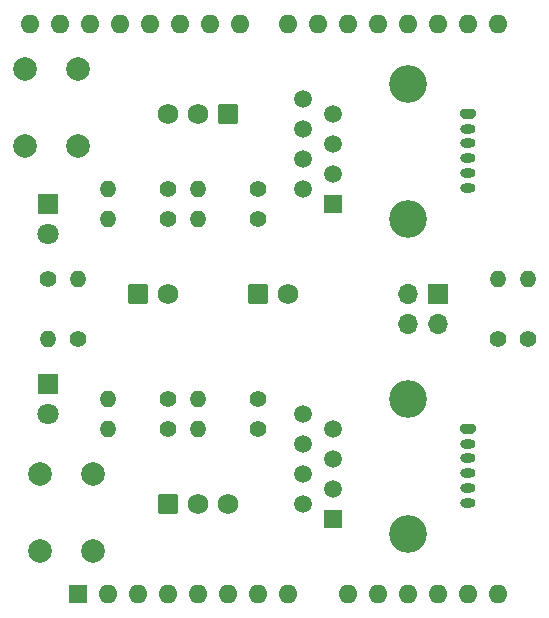
<source format=gts>
G04 #@! TF.GenerationSoftware,KiCad,Pcbnew,(5.1.10)-1*
G04 #@! TF.CreationDate,2021-10-24T19:50:33-07:00*
G04 #@! TF.ProjectId,project,70726f6a-6563-4742-9e6b-696361645f70,rev?*
G04 #@! TF.SameCoordinates,Original*
G04 #@! TF.FileFunction,Soldermask,Top*
G04 #@! TF.FilePolarity,Negative*
%FSLAX46Y46*%
G04 Gerber Fmt 4.6, Leading zero omitted, Abs format (unit mm)*
G04 Created by KiCad (PCBNEW (5.1.10)-1) date 2021-10-24 19:50:33*
%MOMM*%
%LPD*%
G01*
G04 APERTURE LIST*
%ADD10C,1.400000*%
%ADD11O,1.400000X1.400000*%
%ADD12O,1.600000X1.600000*%
%ADD13R,1.600000X1.600000*%
%ADD14C,1.800000*%
%ADD15R,1.800000X1.800000*%
%ADD16R,1.700000X1.700000*%
%ADD17O,1.700000X1.700000*%
%ADD18O,1.300000X0.800000*%
%ADD19C,1.740000*%
%ADD20C,3.200000*%
%ADD21R,1.500000X1.500000*%
%ADD22C,1.500000*%
%ADD23C,2.000000*%
G04 APERTURE END LIST*
D10*
X156210000Y-116840000D03*
D11*
X151130000Y-116840000D03*
D10*
X138430000Y-104140000D03*
D11*
X138430000Y-109220000D03*
D10*
X140970000Y-109220000D03*
D11*
X140970000Y-104140000D03*
D10*
X148590000Y-116840000D03*
D11*
X143510000Y-116840000D03*
D10*
X148590000Y-114300000D03*
D11*
X143510000Y-114300000D03*
D10*
X156210000Y-114300000D03*
D11*
X151130000Y-114300000D03*
D10*
X156210000Y-99060000D03*
D11*
X151130000Y-99060000D03*
D10*
X148590000Y-99060000D03*
D11*
X143510000Y-99060000D03*
D10*
X156210000Y-96520000D03*
D11*
X151130000Y-96520000D03*
D10*
X148590000Y-96520000D03*
D11*
X143510000Y-96520000D03*
D12*
X173990000Y-82550000D03*
X176530000Y-82550000D03*
X176530000Y-130810000D03*
X173990000Y-130810000D03*
X141990000Y-82550000D03*
X171450000Y-130810000D03*
X144530000Y-82550000D03*
X168910000Y-130810000D03*
X147070000Y-82550000D03*
X166370000Y-130810000D03*
X149610000Y-82550000D03*
X163830000Y-130810000D03*
X152150000Y-82550000D03*
X158750000Y-130810000D03*
X154690000Y-82550000D03*
X156210000Y-130810000D03*
X158750000Y-82550000D03*
X153670000Y-130810000D03*
X161290000Y-82550000D03*
X151130000Y-130810000D03*
X163830000Y-82550000D03*
X148590000Y-130810000D03*
X166370000Y-82550000D03*
X146050000Y-130810000D03*
X168910000Y-82550000D03*
X143510000Y-130810000D03*
X171450000Y-82550000D03*
D13*
X140970000Y-130810000D03*
D12*
X136910000Y-82550000D03*
X139450000Y-82550000D03*
D14*
X138430000Y-100330000D03*
D15*
X138430000Y-97790000D03*
X138430000Y-113030000D03*
D14*
X138430000Y-115570000D03*
D16*
X171450000Y-105410000D03*
D17*
X168910000Y-105410000D03*
X171450000Y-107950000D03*
X168910000Y-107950000D03*
G36*
G01*
X173540000Y-116440000D02*
X174440000Y-116440000D01*
G75*
G02*
X174640000Y-116640000I0J-200000D01*
G01*
X174640000Y-117040000D01*
G75*
G02*
X174440000Y-117240000I-200000J0D01*
G01*
X173540000Y-117240000D01*
G75*
G02*
X173340000Y-117040000I0J200000D01*
G01*
X173340000Y-116640000D01*
G75*
G02*
X173540000Y-116440000I200000J0D01*
G01*
G37*
D18*
X173990000Y-118090000D03*
X173990000Y-119340000D03*
X173990000Y-120590000D03*
X173990000Y-121840000D03*
X173990000Y-123090000D03*
G36*
G01*
X145180000Y-106030001D02*
X145180000Y-104789999D01*
G75*
G02*
X145429999Y-104540000I249999J0D01*
G01*
X146670001Y-104540000D01*
G75*
G02*
X146920000Y-104789999I0J-249999D01*
G01*
X146920000Y-106030001D01*
G75*
G02*
X146670001Y-106280000I-249999J0D01*
G01*
X145429999Y-106280000D01*
G75*
G02*
X145180000Y-106030001I0J249999D01*
G01*
G37*
D19*
X148590000Y-105410000D03*
G36*
G01*
X147720000Y-123810001D02*
X147720000Y-122569999D01*
G75*
G02*
X147969999Y-122320000I249999J0D01*
G01*
X149210001Y-122320000D01*
G75*
G02*
X149460000Y-122569999I0J-249999D01*
G01*
X149460000Y-123810001D01*
G75*
G02*
X149210001Y-124060000I-249999J0D01*
G01*
X147969999Y-124060000D01*
G75*
G02*
X147720000Y-123810001I0J249999D01*
G01*
G37*
X151130000Y-123190000D03*
X153670000Y-123190000D03*
X148590000Y-90170000D03*
X151130000Y-90170000D03*
G36*
G01*
X154540000Y-89549999D02*
X154540000Y-90790001D01*
G75*
G02*
X154290001Y-91040000I-249999J0D01*
G01*
X153049999Y-91040000D01*
G75*
G02*
X152800000Y-90790001I0J249999D01*
G01*
X152800000Y-89549999D01*
G75*
G02*
X153049999Y-89300000I249999J0D01*
G01*
X154290001Y-89300000D01*
G75*
G02*
X154540000Y-89549999I0J-249999D01*
G01*
G37*
D20*
X168910000Y-114300000D03*
X168910000Y-125730000D03*
D21*
X162560000Y-124460000D03*
D22*
X160020000Y-123190000D03*
X162560000Y-121920000D03*
X160020000Y-120650000D03*
X162560000Y-119380000D03*
X160020000Y-118110000D03*
X162560000Y-116840000D03*
X160020000Y-115570000D03*
X160020000Y-88900000D03*
X162560000Y-90170000D03*
X160020000Y-91440000D03*
X162560000Y-92710000D03*
X160020000Y-93980000D03*
X162560000Y-95250000D03*
X160020000Y-96520000D03*
D21*
X162560000Y-97790000D03*
D20*
X168910000Y-99060000D03*
X168910000Y-87630000D03*
D18*
X173990000Y-96420000D03*
X173990000Y-95170000D03*
X173990000Y-93920000D03*
X173990000Y-92670000D03*
X173990000Y-91420000D03*
G36*
G01*
X173540000Y-89770000D02*
X174440000Y-89770000D01*
G75*
G02*
X174640000Y-89970000I0J-200000D01*
G01*
X174640000Y-90370000D01*
G75*
G02*
X174440000Y-90570000I-200000J0D01*
G01*
X173540000Y-90570000D01*
G75*
G02*
X173340000Y-90370000I0J200000D01*
G01*
X173340000Y-89970000D01*
G75*
G02*
X173540000Y-89770000I200000J0D01*
G01*
G37*
D19*
X158750000Y-105410000D03*
G36*
G01*
X155340000Y-106030001D02*
X155340000Y-104789999D01*
G75*
G02*
X155589999Y-104540000I249999J0D01*
G01*
X156830001Y-104540000D01*
G75*
G02*
X157080000Y-104789999I0J-249999D01*
G01*
X157080000Y-106030001D01*
G75*
G02*
X156830001Y-106280000I-249999J0D01*
G01*
X155589999Y-106280000D01*
G75*
G02*
X155340000Y-106030001I0J249999D01*
G01*
G37*
D23*
X136470000Y-86360000D03*
X140970000Y-86360000D03*
X136470000Y-92860000D03*
X140970000Y-92860000D03*
X142240000Y-127150000D03*
X137740000Y-127150000D03*
X142240000Y-120650000D03*
X137740000Y-120650000D03*
D10*
X176530000Y-109220000D03*
D11*
X176530000Y-104140000D03*
X179070000Y-104140000D03*
D10*
X179070000Y-109220000D03*
M02*

</source>
